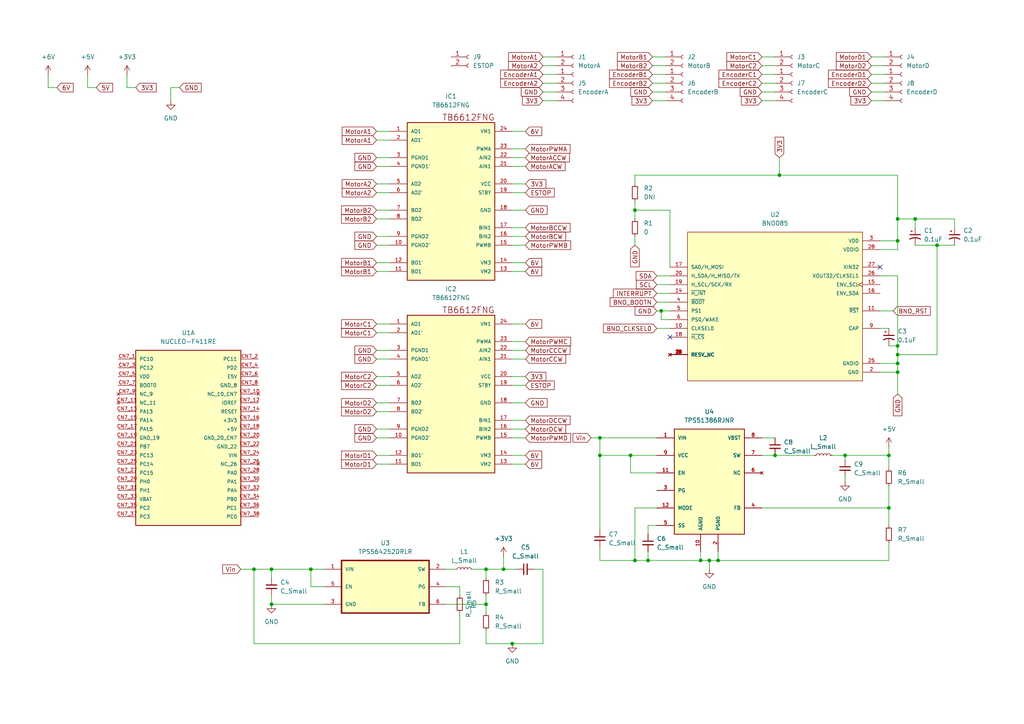
<source format=kicad_sch>
(kicad_sch (version 20231120) (generator "eeschema") (generator_version "8.0")
  (paper "A4")
  (lib_symbols
    (symbol "BNO085:BNO085" (pin_names (offset 1.016))
      (property "Reference" "U" (at -25.4 21.59 0))
      (property "Value" "BNO085" (at -25.4 -25.4 0))
      (symbol "BNO085_0_0"
        (pin no_connect line (at -30.48 -15.24 0) (length 5.08) (name "RESV_NC") (number "1"))
        (pin input line (at -30.48 -7.62 0) (length 5.08) (name "CLKSEL0") (number "10"))
        (pin input line (at 30.48 -2.54 180) (length 5.08) (name "~{RST}") (number "11"))
        (pin no_connect line (at -30.48 -15.24 0) (length 5.08) (name "RESV_NC") (number "12"))
        (pin no_connect line (at -30.48 -15.24 0) (length 5.08) (name "RESV_NC") (number "13"))
        (pin output line (at -30.48 2.54 0) (length 5.08) (name "~{H_INT}") (number "14"))
        (pin bidirectional clock (at 30.48 5.08 180) (length 5.08) (name "ENV_SCL") (number "15"))
        (pin bidirectional line (at 30.48 2.54 180) (length 5.08) (name "ENV_SDA") (number "16"))
        (pin input line (at -30.48 10.16 0) (length 5.08) (name "SA0/H_MOSI") (number "17"))
        (pin input line (at -30.48 -10.16 0) (length 5.08) (name "~{H_CS}") (number "18"))
        (pin bidirectional line (at -30.48 5.08 0) (length 5.08) (name "H_SCL/SCK/RX") (number "19"))
        (pin power_in line (at 30.48 -20.32 180) (length 5.08) (name "GND") (number "2"))
        (pin bidirectional line (at -30.48 7.62 0) (length 5.08) (name "H_SDA/H_MISO/TX") (number "20"))
        (pin no_connect line (at -30.48 -15.24 0) (length 5.08) (name "RESV_NC") (number "21"))
        (pin no_connect line (at -30.48 -15.24 0) (length 5.08) (name "RESV_NC") (number "22"))
        (pin no_connect line (at -30.48 -15.24 0) (length 5.08) (name "RESV_NC") (number "23"))
        (pin no_connect line (at -30.48 -15.24 0) (length 5.08) (name "RESV_NC") (number "24"))
        (pin power_in line (at 30.48 -17.78 180) (length 5.08) (name "GNDIO") (number "25"))
        (pin output line (at 30.48 7.62 180) (length 5.08) (name "XOUT32/CLKSEL1") (number "26"))
        (pin input line (at 30.48 10.16 180) (length 5.08) (name "XIN32") (number "27"))
        (pin power_in line (at 30.48 15.24 180) (length 5.08) (name "VDDIO") (number "28"))
        (pin power_in line (at 30.48 17.78 180) (length 5.08) (name "VDD") (number "3"))
        (pin input line (at -30.48 0 0) (length 5.08) (name "~{BOOT}") (number "4"))
        (pin input line (at -30.48 -2.54 0) (length 5.08) (name "PS1") (number "5"))
        (pin input line (at -30.48 -5.08 0) (length 5.08) (name "PS0/WAKE") (number "6"))
        (pin no_connect line (at -30.48 -15.24 0) (length 5.08) (name "RESV_NC") (number "7"))
        (pin no_connect line (at -30.48 -15.24 0) (length 5.08) (name "RESV_NC") (number "8"))
        (pin passive line (at 30.48 -7.62 180) (length 5.08) (name "CAP") (number "9"))
      )
    )
    (symbol "Connector:Conn_01x02_Socket" (pin_names (offset 1.016) hide)
      (property "Reference" "J" (at 0 2.54 0))
      (property "Value" "Conn_01x02_Socket" (at 0 -5.08 0))
      (symbol "Conn_01x02_Socket_1_1"
        (pin passive line (at -5.08 0 0) (length 3.81) (name "Pin_1") (number "1"))
        (pin passive line (at -5.08 -2.54 0) (length 3.81) (name "Pin_2") (number "2"))
      )
    )
    (symbol "Connector:Conn_01x04_Socket" (pin_names (offset 1.016) hide)
      (property "Reference" "J" (at 0 5.08 0))
      (property "Value" "Conn_01x04_Socket" (at 0 -7.62 0))
      (symbol "Conn_01x04_Socket_1_1"
        (pin passive line (at -5.08 2.54 0) (length 3.81) (name "Pin_1") (number "1"))
        (pin passive line (at -5.08 0 0) (length 3.81) (name "Pin_2") (number "2"))
        (pin passive line (at -5.08 -2.54 0) (length 3.81) (name "Pin_3") (number "3"))
        (pin passive line (at -5.08 -5.08 0) (length 3.81) (name "Pin_4") (number "4"))
      )
    )
    (symbol "Device:C_Polarized_Small_US" (pin_numbers hide) (pin_names (offset 0.254) hide)
      (property "Reference" "C" (at 0.254 1.778 0))
      (property "Value" "C_Polarized_Small_US" (at 0.254 -2.032 0))
      (symbol "C_Polarized_Small_US_1_1"
        (pin passive line (at 0 2.54 270) (length 2.032) (name "~") (number "1"))
        (pin passive line (at 0 -2.54 90) (length 2.032) (name "~") (number "2"))
      )
    )
    (symbol "Device:C_Small" (pin_numbers hide) (pin_names (offset 0.254) hide)
      (property "Reference" "C" (at 0.254 1.778 0))
      (property "Value" "C_Small" (at 0.254 -2.032 0))
      (symbol "C_Small_1_1"
        (pin passive line (at 0 2.54 270) (length 2.032) (name "~") (number "1"))
        (pin passive line (at 0 -2.54 90) (length 2.032) (name "~") (number "2"))
      )
    )
    (symbol "Device:L_Small" (pin_numbers hide) (pin_names (offset 0.254) hide)
      (property "Reference" "L" (at 0.762 1.016 0))
      (property "Value" "L_Small" (at 0.762 -1.016 0))
      (symbol "L_Small_1_1"
        (pin passive line (at 0 2.54 270) (length 0.508) (name "~") (number "1"))
        (pin passive line (at 0 -2.54 90) (length 0.508) (name "~") (number "2"))
      )
    )
    (symbol "Device:R_Small" (pin_numbers hide) (pin_names (offset 0.254) hide)
      (property "Reference" "R" (at 0.762 0.508 0))
      (property "Value" "R_Small" (at 0.762 -1.016 0))
      (symbol "R_Small_1_1"
        (pin passive line (at 0 2.54 270) (length 0.762) (name "~") (number "1"))
        (pin passive line (at 0 -2.54 90) (length 0.762) (name "~") (number "2"))
      )
    )
    (symbol "NUCLEO-F411RE:NUCLEO-F411RE" (pin_names (offset 1.016))
      (property "Reference" "U" (at -15.24 25.908 0))
      (property "Value" "NUCLEO-F411RE" (at -15.24 -26.67 0))
      (symbol "NUCLEO-F411RE_1_0"
        (pin bidirectional line (at -20.32 22.86 0) (length 5.08) (name "PC10") (number "CN7_1"))
        (pin no_connect line (at 20.32 12.7 180) (length 5.08) (name "NC_10_CN7") (number "CN7_10"))
        (pin no_connect line (at -20.32 10.16 0) (length 5.08) (name "NC_11") (number "CN7_11"))
        (pin bidirectional line (at 20.32 10.16 180) (length 5.08) (name "IOREF") (number "CN7_12"))
        (pin bidirectional line (at -20.32 7.62 0) (length 5.08) (name "PA13") (number "CN7_13"))
        (pin bidirectional line (at 20.32 7.62 180) (length 5.08) (name "RESET") (number "CN7_14"))
        (pin bidirectional line (at -20.32 5.08 0) (length 5.08) (name "PA14") (number "CN7_15"))
        (pin power_in line (at 20.32 5.08 180) (length 5.08) (name "+3V3") (number "CN7_16"))
        (pin bidirectional line (at -20.32 2.54 0) (length 5.08) (name "PA15") (number "CN7_17"))
        (pin power_in line (at 20.32 2.54 180) (length 5.08) (name "+5V") (number "CN7_18"))
        (pin power_in line (at -20.32 0 0) (length 5.08) (name "GND_19") (number "CN7_19"))
        (pin bidirectional line (at 20.32 22.86 180) (length 5.08) (name "PC11") (number "CN7_2"))
        (pin power_in line (at 20.32 0 180) (length 5.08) (name "GND_20_CN7") (number "CN7_20"))
        (pin bidirectional line (at -20.32 -2.54 0) (length 5.08) (name "PB7") (number "CN7_21"))
        (pin power_in line (at 20.32 -2.54 180) (length 5.08) (name "GND_22") (number "CN7_22"))
        (pin bidirectional line (at -20.32 -5.08 0) (length 5.08) (name "PC13") (number "CN7_23"))
        (pin bidirectional line (at 20.32 -5.08 180) (length 5.08) (name "VIN") (number "CN7_24"))
        (pin bidirectional line (at -20.32 -7.62 0) (length 5.08) (name "PC14") (number "CN7_25"))
        (pin no_connect line (at 20.32 -7.62 180) (length 5.08) (name "NC_26") (number "CN7_26"))
        (pin bidirectional line (at -20.32 -10.16 0) (length 5.08) (name "PC15") (number "CN7_27"))
        (pin bidirectional line (at 20.32 -10.16 180) (length 5.08) (name "PA0") (number "CN7_28"))
        (pin bidirectional line (at -20.32 -12.7 0) (length 5.08) (name "PH0") (number "CN7_29"))
        (pin bidirectional line (at -20.32 20.32 0) (length 5.08) (name "PC12") (number "CN7_3"))
        (pin bidirectional line (at 20.32 -12.7 180) (length 5.08) (name "PA1") (number "CN7_30"))
        (pin bidirectional line (at -20.32 -15.24 0) (length 5.08) (name "PH1") (number "CN7_31"))
        (pin bidirectional line (at 20.32 -15.24 180) (length 5.08) (name "PA4") (number "CN7_32"))
        (pin power_in line (at -20.32 -17.78 0) (length 5.08) (name "VBAT") (number "CN7_33"))
        (pin bidirectional line (at 20.32 -17.78 180) (length 5.08) (name "PB0") (number "CN7_34"))
        (pin bidirectional line (at -20.32 -20.32 0) (length 5.08) (name "PC2") (number "CN7_35"))
        (pin bidirectional line (at 20.32 -20.32 180) (length 5.08) (name "PC1") (number "CN7_36"))
        (pin bidirectional line (at -20.32 -22.86 0) (length 5.08) (name "PC3") (number "CN7_37"))
        (pin bidirectional line (at 20.32 -22.86 180) (length 5.08) (name "PC0") (number "CN7_38"))
        (pin bidirectional line (at 20.32 20.32 180) (length 5.08) (name "PD2") (number "CN7_4"))
        (pin power_in line (at -20.32 17.78 0) (length 5.08) (name "VDD") (number "CN7_5"))
        (pin power_in line (at 20.32 17.78 180) (length 5.08) (name "E5V") (number "CN7_6"))
        (pin bidirectional line (at -20.32 15.24 0) (length 5.08) (name "BOOT0") (number "CN7_7"))
        (pin power_in line (at 20.32 15.24 180) (length 5.08) (name "GND_8") (number "CN7_8"))
        (pin no_connect line (at -20.32 12.7 0) (length 5.08) (name "NC_9") (number "CN7_9"))
      )
      (symbol "NUCLEO-F411RE_2_0"
        (pin bidirectional line (at -20.32 22.86 0) (length 5.08) (name "PC9") (number "CN10_1"))
        (pin no_connect line (at 20.32 12.7 180) (length 5.08) (name "NC_10_CN10") (number "CN10_10"))
        (pin bidirectional line (at -20.32 10.16 0) (length 5.08) (name "PA5") (number "CN10_11"))
        (pin bidirectional line (at 20.32 10.16 180) (length 5.08) (name "PA12") (number "CN10_12"))
        (pin bidirectional line (at -20.32 7.62 0) (length 5.08) (name "PA6") (number "CN10_13"))
        (pin bidirectional line (at 20.32 7.62 180) (length 5.08) (name "PA11") (number "CN10_14"))
        (pin bidirectional line (at -20.32 5.08 0) (length 5.08) (name "PA7") (number "CN10_15"))
        (pin bidirectional line (at 20.32 5.08 180) (length 5.08) (name "PB12") (number "CN10_16"))
        (pin bidirectional line (at -20.32 2.54 0) (length 5.08) (name "PB6") (number "CN10_17"))
        (pin no_connect line (at 20.32 2.54 180) (length 5.08) (name "NC_18") (number "CN10_18"))
        (pin bidirectional line (at -20.32 0 0) (length 5.08) (name "PC7") (number "CN10_19"))
        (pin bidirectional line (at 20.32 22.86 180) (length 5.08) (name "PC8") (number "CN10_2"))
        (pin power_in line (at 20.32 0 180) (length 5.08) (name "GND_20_CN10") (number "CN10_20"))
        (pin bidirectional line (at -20.32 -2.54 0) (length 5.08) (name "PA9") (number "CN10_21"))
        (pin bidirectional line (at 20.32 -2.54 180) (length 5.08) (name "PB2") (number "CN10_22"))
        (pin bidirectional line (at -20.32 -5.08 0) (length 5.08) (name "PA8") (number "CN10_23"))
        (pin bidirectional line (at 20.32 -5.08 180) (length 5.08) (name "PB1") (number "CN10_24"))
        (pin bidirectional line (at -20.32 -7.62 0) (length 5.08) (name "PB10") (number "CN10_25"))
        (pin bidirectional line (at 20.32 -7.62 180) (length 5.08) (name "PB15") (number "CN10_26"))
        (pin bidirectional line (at -20.32 -10.16 0) (length 5.08) (name "PB4") (number "CN10_27"))
        (pin bidirectional line (at 20.32 -10.16 180) (length 5.08) (name "PB14") (number "CN10_28"))
        (pin bidirectional line (at -20.32 -12.7 0) (length 5.08) (name "PB5") (number "CN10_29"))
        (pin bidirectional line (at -20.32 20.32 0) (length 5.08) (name "PB8") (number "CN10_3"))
        (pin bidirectional line (at 20.32 -12.7 180) (length 5.08) (name "PB13") (number "CN10_30"))
        (pin bidirectional line (at -20.32 -15.24 0) (length 5.08) (name "PB3") (number "CN10_31"))
        (pin power_in line (at 20.32 -15.24 180) (length 5.08) (name "AGND") (number "CN10_32"))
        (pin bidirectional line (at -20.32 -17.78 0) (length 5.08) (name "PA10") (number "CN10_33"))
        (pin bidirectional line (at 20.32 -17.78 180) (length 5.08) (name "PC4") (number "CN10_34"))
        (pin bidirectional line (at -20.32 -20.32 0) (length 5.08) (name "PA2") (number "CN10_35"))
        (pin no_connect line (at 20.32 -20.32 180) (length 5.08) (name "NC_36") (number "CN10_36"))
        (pin bidirectional line (at -20.32 -22.86 0) (length 5.08) (name "PA3") (number "CN10_37"))
        (pin no_connect line (at 20.32 -22.86 180) (length 5.08) (name "NC_38") (number "CN10_38"))
        (pin bidirectional line (at 20.32 20.32 180) (length 5.08) (name "PC6") (number "CN10_4"))
        (pin bidirectional line (at -20.32 17.78 0) (length 5.08) (name "PB9") (number "CN10_5"))
        (pin bidirectional line (at 20.32 17.78 180) (length 5.08) (name "PC5") (number "CN10_6"))
        (pin power_in line (at -20.32 15.24 0) (length 5.08) (name "AVDD") (number "CN10_7"))
        (pin power_in line (at 20.32 15.24 180) (length 5.08) (name "U5V") (number "CN10_8"))
        (pin power_in line (at -20.32 12.7 0) (length 5.08) (name "GND_9") (number "CN10_9"))
      )
      (symbol "NUCLEO-F411RE_3_0"
        (pin passive line (at -20.32 0 0) (length 5.08) (name "CN11_1") (number "CN11_1"))
        (pin passive line (at -20.32 -2.54 0) (length 5.08) (name "CN11_2") (number "CN11_2"))
        (pin passive line (at 20.32 0 180) (length 5.08) (name "CN12_1") (number "CN12_1"))
        (pin passive line (at 20.32 -2.54 180) (length 5.08) (name "CN12_2") (number "CN12_2"))
      )
    )
    (symbol "TB6612FNG:TB6612FNG" (pin_names (offset 1.016))
      (property "Reference" "IC" (at -2.54 -25.4 0))
      (property "Value" "TB6612FNG" (at 0 0 0))
      (symbol "TB6612FNG_0_0"
        (text "TB6612FNG" (at 12.7 25.4 0) (effects (font (size 1.778 1.778)) (justify right top)))
        (pin output line (at -17.78 20.32 0) (length 5.08) (name "AO1") (number "1"))
        (pin power_in line (at -17.78 -12.7 0) (length 5.08) (name "PGND2'") (number "10"))
        (pin output line (at -17.78 -20.32 0) (length 5.08) (name "BO1") (number "11"))
        (pin output line (at -17.78 -17.78 0) (length 5.08) (name "BO1'") (number "12"))
        (pin power_in line (at 17.78 -20.32 180) (length 5.08) (name "VM2") (number "13"))
        (pin power_in line (at 17.78 -17.78 180) (length 5.08) (name "VM3") (number "14"))
        (pin input line (at 17.78 -12.7 180) (length 5.08) (name "PWMB") (number "15"))
        (pin input line (at 17.78 -10.16 180) (length 5.08) (name "BIN2") (number "16"))
        (pin input line (at 17.78 -7.62 180) (length 5.08) (name "BIN1") (number "17"))
        (pin power_in line (at 17.78 -2.54 180) (length 5.08) (name "GND") (number "18"))
        (pin input line (at 17.78 2.54 180) (length 5.08) (name "STBY") (number "19"))
        (pin output line (at -17.78 17.78 0) (length 5.08) (name "AO1'") (number "2"))
        (pin power_in line (at 17.78 5.08 180) (length 5.08) (name "VCC") (number "20"))
        (pin input line (at 17.78 10.16 180) (length 5.08) (name "AIN1") (number "21"))
        (pin input line (at 17.78 12.7 180) (length 5.08) (name "AIN2") (number "22"))
        (pin input line (at 17.78 15.24 180) (length 5.08) (name "PWMA") (number "23"))
        (pin power_in line (at 17.78 20.32 180) (length 5.08) (name "VM1") (number "24"))
        (pin power_in line (at -17.78 12.7 0) (length 5.08) (name "PGND1") (number "3"))
        (pin power_in line (at -17.78 10.16 0) (length 5.08) (name "PGND1'") (number "4"))
        (pin output line (at -17.78 5.08 0) (length 5.08) (name "AO2") (number "5"))
        (pin output line (at -17.78 2.54 0) (length 5.08) (name "AO2'") (number "6"))
        (pin output line (at -17.78 -2.54 0) (length 5.08) (name "BO2") (number "7"))
        (pin output line (at -17.78 -5.08 0) (length 5.08) (name "BO2'") (number "8"))
        (pin power_in line (at -17.78 -10.16 0) (length 5.08) (name "PGND2") (number "9"))
      )
    )
    (symbol "TPS51386RJNR:TPS51386RJNR" (pin_names (offset 1.016))
      (property "Reference" "U" (at -10.16 17.78 0))
      (property "Value" "TPS51386RJNR" (at -10.16 -17.78 0))
      (symbol "TPS51386RJNR_0_0"
        (pin power_in line (at -15.24 12.7 0) (length 5.08) (name "VIN") (number "1"))
        (pin power_in line (at -2.54 -20.32 90) (length 5.08) (name "AGND") (number "10"))
        (pin input line (at -15.24 2.54 0) (length 5.08) (name "EN") (number "11"))
        (pin input line (at -15.24 -7.62 0) (length 5.08) (name "MODE") (number "12"))
        (pin power_in line (at 2.54 -20.32 90) (length 5.08) (name "PGND") (number "2"))
        (pin output line (at -15.24 -2.54 0) (length 5.08) (name "PG") (number "3"))
        (pin input line (at 15.24 -7.62 180) (length 5.08) (name "FB") (number "4"))
        (pin output line (at -15.24 -12.7 0) (length 5.08) (name "SS") (number "5"))
        (pin no_connect line (at 15.24 2.54 180) (length 5.08) (name "NC") (number "6"))
        (pin output line (at 15.24 7.62 180) (length 5.08) (name "SW") (number "7"))
        (pin power_in line (at 15.24 12.7 180) (length 5.08) (name "VBST") (number "8"))
        (pin power_in line (at -15.24 7.62 0) (length 5.08) (name "VCC") (number "9"))
      )
    )
    (symbol "TPS564252DRLR:TPS564252DRLR" (pin_names (offset 1.016))
      (property "Reference" "U" (at -12.446 9.398 0))
      (property "Value" "TPS564252DRLR" (at -7.62 -10.16 0))
      (symbol "TPS564252DRLR_0_0"
        (pin input line (at -17.78 5.08 0) (length 5.08) (name "VIN") (number "1"))
        (pin bidirectional line (at 17.78 5.08 180) (length 5.08) (name "SW") (number "2"))
        (pin power_in line (at -17.78 -5.08 0) (length 5.08) (name "GND") (number "3"))
        (pin bidirectional line (at 17.78 0 180) (length 5.08) (name "PG") (number "4"))
        (pin bidirectional line (at -17.78 0 0) (length 5.08) (name "EN") (number "5"))
        (pin bidirectional line (at 17.78 -5.08 180) (length 5.08) (name "FB") (number "6"))
      )
    )
    (symbol "power:+3V3" (power) (pin_numbers hide) (pin_names (offset 0) hide)
      (property "Value" "+3V3" (at 0 3.556 0))
      (symbol "+3V3_1_1"
        (pin power_in line (at 0 0 90) (length 0) (name "~") (number "1"))
      )
    )
    (symbol "power:+5V" (power) (pin_numbers hide) (pin_names (offset 0) hide)
      (property "Value" "+5V" (at 0 3.556 0))
      (symbol "+5V_1_1"
        (pin power_in line (at 0 0 90) (length 0) (name "~") (number "1"))
      )
    )
    (symbol "power:+6V" (power) (pin_numbers hide) (pin_names (offset 0) hide)
      (property "Value" "+6V" (at 0 3.556 0))
      (symbol "+6V_1_1"
        (pin power_in line (at 0 0 90) (length 0) (name "~") (number "1"))
      )
    )
    (symbol "power:GND" (power) (pin_numbers hide) (pin_names (offset 0) hide)
      (property "Value" "GND" (at 0 -3.81 0))
      (symbol "GND_1_1"
        (pin power_in line (at 0 0 270) (length 0) (name "~") (number "1"))
      )
    )
  )
  (junction (at 208.28 162.56))
  (junction (at 257.81 132.08))
  (junction (at 260.35 107.95))
  (junction (at 260.35 105.41))
  (junction (at 182.88 132.08))
  (junction (at 265.43 63.5))
  (junction (at 260.35 69.85))
  (junction (at 184.15 60.96))
  (junction (at 187.96 162.56))
  (junction (at 224.79 132.08))
  (junction (at 260.35 100.33))
  (junction (at 260.35 102.87))
  (junction (at 90.17 165.1))
  (junction (at 260.35 63.5))
  (junction (at 257.81 147.32))
  (junction (at 173.99 127))
  (junction (at 78.74 175.26))
  (junction (at 271.78 71.12))
  (junction (at 226.06 50.8))
  (junction (at 205.74 162.56))
  (junction (at 245.11 132.08))
  (junction (at 140.97 165.1))
  (junction (at 140.97 175.26))
  (junction (at 73.66 165.1))
  (junction (at 173.99 132.08))
  (junction (at 191.77 90.17))
  (junction (at 146.05 165.1))
  (junction (at 148.59 186.69))
  (junction (at 78.74 165.1))
  (junction (at 203.2 162.56))
  (junction (at 184.15 162.56))
  (no_connect (at 194.31 97.79))
  (no_connect (at 255.27 77.47))
  (wire (pts (xy 224.79 132.08) (xy 236.22 132.08)))
  (wire (pts (xy 252.73 21.59) (xy 256.54 21.59)))
  (wire (pts (xy 276.86 63.5) (xy 265.43 63.5)))
  (wire (pts (xy 157.48 19.05) (xy 161.29 19.05)))
  (wire (pts (xy 129.54 175.26) (xy 140.97 175.26)))
  (wire (pts (xy 109.22 63.5) (xy 113.03 63.5)))
  (wire (pts (xy 157.48 29.21) (xy 161.29 29.21)))
  (wire (pts (xy 189.23 26.67) (xy 193.04 26.67)))
  (wire (pts (xy 13.97 25.4) (xy 16.51 25.4)))
  (wire (pts (xy 69.85 165.1) (xy 73.66 165.1)))
  (wire (pts (xy 109.22 127) (xy 113.03 127)))
  (wire (pts (xy 205.74 165.1) (xy 205.74 162.56)))
  (wire (pts (xy 152.4 68.58) (xy 148.59 68.58)))
  (wire (pts (xy 190.5 127) (xy 173.99 127)))
  (wire (pts (xy 109.22 78.74) (xy 113.03 78.74)))
  (wire (pts (xy 265.43 71.12) (xy 271.78 71.12)))
  (wire (pts (xy 109.22 124.46) (xy 113.03 124.46)))
  (wire (pts (xy 226.06 50.8) (xy 260.35 50.8)))
  (wire (pts (xy 152.4 55.88) (xy 148.59 55.88)))
  (wire (pts (xy 152.4 99.06) (xy 148.59 99.06)))
  (wire (pts (xy 245.11 138.43) (xy 245.11 139.7)))
  (wire (pts (xy 173.99 158.75) (xy 173.99 162.56)))
  (wire (pts (xy 255.27 107.95) (xy 260.35 107.95)))
  (wire (pts (xy 220.98 26.67) (xy 224.79 26.67)))
  (wire (pts (xy 90.17 170.18) (xy 90.17 165.1)))
  (wire (pts (xy 194.31 60.96) (xy 184.15 60.96)))
  (wire (pts (xy 152.4 104.14) (xy 148.59 104.14)))
  (wire (pts (xy 190.5 95.25) (xy 194.31 95.25)))
  (wire (pts (xy 271.78 102.87) (xy 260.35 102.87)))
  (wire (pts (xy 255.27 105.41) (xy 260.35 105.41)))
  (wire (pts (xy 78.74 165.1) (xy 90.17 165.1)))
  (wire (pts (xy 255.27 90.17) (xy 259.08 90.17)))
  (wire (pts (xy 173.99 132.08) (xy 173.99 153.67)))
  (wire (pts (xy 152.4 101.6) (xy 148.59 101.6)))
  (wire (pts (xy 226.06 45.72) (xy 226.06 50.8)))
  (wire (pts (xy 260.35 107.95) (xy 260.35 114.3)))
  (wire (pts (xy 109.22 38.1) (xy 113.03 38.1)))
  (wire (pts (xy 109.22 68.58) (xy 113.03 68.58)))
  (wire (pts (xy 25.4 21.59) (xy 25.4 25.4)))
  (wire (pts (xy 152.4 111.76) (xy 148.59 111.76)))
  (wire (pts (xy 173.99 127) (xy 173.99 132.08)))
  (wire (pts (xy 109.22 134.62) (xy 113.03 134.62)))
  (wire (pts (xy 191.77 92.71) (xy 191.77 90.17)))
  (wire (pts (xy 140.97 182.88) (xy 140.97 186.69)))
  (wire (pts (xy 129.54 165.1) (xy 132.08 165.1)))
  (wire (pts (xy 241.3 132.08) (xy 245.11 132.08)))
  (wire (pts (xy 140.97 175.26) (xy 140.97 177.8)))
  (wire (pts (xy 194.31 77.47) (xy 194.31 60.96)))
  (wire (pts (xy 220.98 29.21) (xy 224.79 29.21)))
  (wire (pts (xy 187.96 162.56) (xy 203.2 162.56)))
  (wire (pts (xy 257.81 100.33) (xy 260.35 100.33)))
  (wire (pts (xy 255.27 80.01) (xy 260.35 80.01)))
  (wire (pts (xy 140.97 167.64) (xy 140.97 165.1)))
  (wire (pts (xy 133.35 186.69) (xy 73.66 186.69)))
  (wire (pts (xy 133.35 177.8) (xy 133.35 186.69)))
  (wire (pts (xy 109.22 109.22) (xy 113.03 109.22)))
  (wire (pts (xy 260.35 80.01) (xy 260.35 100.33)))
  (wire (pts (xy 140.97 172.72) (xy 140.97 175.26)))
  (wire (pts (xy 265.43 66.04) (xy 265.43 63.5)))
  (wire (pts (xy 36.83 25.4) (xy 36.83 21.59)))
  (wire (pts (xy 255.27 95.25) (xy 257.81 95.25)))
  (wire (pts (xy 184.15 162.56) (xy 187.96 162.56)))
  (wire (pts (xy 152.4 43.18) (xy 148.59 43.18)))
  (wire (pts (xy 252.73 26.67) (xy 256.54 26.67)))
  (wire (pts (xy 152.4 53.34) (xy 148.59 53.34)))
  (wire (pts (xy 109.22 71.12) (xy 113.03 71.12)))
  (wire (pts (xy 257.81 132.08) (xy 245.11 132.08)))
  (wire (pts (xy 152.4 48.26) (xy 148.59 48.26)))
  (wire (pts (xy 152.4 127) (xy 148.59 127)))
  (wire (pts (xy 260.35 69.85) (xy 260.35 63.5)))
  (wire (pts (xy 157.48 165.1) (xy 157.48 186.69)))
  (wire (pts (xy 13.97 21.59) (xy 13.97 25.4)))
  (wire (pts (xy 73.66 165.1) (xy 78.74 165.1)))
  (wire (pts (xy 260.35 102.87) (xy 260.35 105.41)))
  (wire (pts (xy 146.05 165.1) (xy 149.86 165.1)))
  (wire (pts (xy 152.4 121.92) (xy 148.59 121.92)))
  (wire (pts (xy 184.15 50.8) (xy 184.15 53.34)))
  (wire (pts (xy 109.22 104.14) (xy 113.03 104.14)))
  (wire (pts (xy 152.4 124.46) (xy 148.59 124.46)))
  (wire (pts (xy 152.4 60.96) (xy 148.59 60.96)))
  (wire (pts (xy 133.35 172.72) (xy 133.35 170.18)))
  (wire (pts (xy 157.48 21.59) (xy 161.29 21.59)))
  (wire (pts (xy 260.35 63.5) (xy 265.43 63.5)))
  (wire (pts (xy 184.15 58.42) (xy 184.15 60.96)))
  (wire (pts (xy 157.48 26.67) (xy 161.29 26.67)))
  (wire (pts (xy 157.48 16.51) (xy 161.29 16.51)))
  (wire (pts (xy 255.27 72.39) (xy 260.35 72.39)))
  (wire (pts (xy 189.23 29.21) (xy 193.04 29.21)))
  (wire (pts (xy 208.28 160.02) (xy 208.28 162.56)))
  (wire (pts (xy 109.22 111.76) (xy 113.03 111.76)))
  (wire (pts (xy 109.22 48.26) (xy 113.03 48.26)))
  (wire (pts (xy 78.74 172.72) (xy 78.74 175.26)))
  (wire (pts (xy 152.4 93.98) (xy 148.59 93.98)))
  (wire (pts (xy 271.78 71.12) (xy 276.86 71.12)))
  (wire (pts (xy 109.22 101.6) (xy 113.03 101.6)))
  (wire (pts (xy 257.81 129.54) (xy 257.81 132.08)))
  (wire (pts (xy 182.88 132.08) (xy 173.99 132.08)))
  (wire (pts (xy 109.22 53.34) (xy 113.03 53.34)))
  (wire (pts (xy 257.81 140.97) (xy 257.81 147.32)))
  (wire (pts (xy 152.4 38.1) (xy 148.59 38.1)))
  (wire (pts (xy 152.4 116.84) (xy 148.59 116.84)))
  (wire (pts (xy 109.22 96.52) (xy 113.03 96.52)))
  (wire (pts (xy 190.5 85.09) (xy 194.31 85.09)))
  (wire (pts (xy 73.66 186.69) (xy 73.66 165.1)))
  (wire (pts (xy 220.98 21.59) (xy 224.79 21.59)))
  (wire (pts (xy 190.5 80.01) (xy 194.31 80.01)))
  (wire (pts (xy 140.97 165.1) (xy 146.05 165.1)))
  (wire (pts (xy 154.94 165.1) (xy 157.48 165.1)))
  (wire (pts (xy 260.35 72.39) (xy 260.35 69.85)))
  (wire (pts (xy 109.22 60.96) (xy 113.03 60.96)))
  (wire (pts (xy 194.31 92.71) (xy 191.77 92.71)))
  (wire (pts (xy 157.48 186.69) (xy 148.59 186.69)))
  (wire (pts (xy 109.22 116.84) (xy 113.03 116.84)))
  (wire (pts (xy 190.5 147.32) (xy 184.15 147.32)))
  (wire (pts (xy 39.37 25.4) (xy 36.83 25.4)))
  (wire (pts (xy 257.81 162.56) (xy 208.28 162.56)))
  (wire (pts (xy 49.53 25.4) (xy 52.07 25.4)))
  (wire (pts (xy 260.35 100.33) (xy 260.35 102.87)))
  (wire (pts (xy 49.53 29.21) (xy 49.53 25.4)))
  (wire (pts (xy 93.98 170.18) (xy 90.17 170.18)))
  (wire (pts (xy 187.96 160.02) (xy 187.96 162.56)))
  (wire (pts (xy 152.4 78.74) (xy 148.59 78.74)))
  (wire (pts (xy 152.4 76.2) (xy 148.59 76.2)))
  (wire (pts (xy 173.99 162.56) (xy 184.15 162.56)))
  (wire (pts (xy 257.81 147.32) (xy 257.81 152.4)))
  (wire (pts (xy 152.4 71.12) (xy 148.59 71.12)))
  (wire (pts (xy 252.73 24.13) (xy 256.54 24.13)))
  (wire (pts (xy 152.4 109.22) (xy 148.59 109.22)))
  (wire (pts (xy 220.98 24.13) (xy 224.79 24.13)))
  (wire (pts (xy 190.5 137.16) (xy 182.88 137.16)))
  (wire (pts (xy 182.88 137.16) (xy 182.88 132.08)))
  (wire (pts (xy 255.27 69.85) (xy 260.35 69.85)))
  (wire (pts (xy 109.22 76.2) (xy 113.03 76.2)))
  (wire (pts (xy 257.81 132.08) (xy 257.81 135.89)))
  (wire (pts (xy 257.81 157.48) (xy 257.81 162.56)))
  (wire (pts (xy 90.17 165.1) (xy 93.98 165.1)))
  (wire (pts (xy 190.5 132.08) (xy 182.88 132.08)))
  (wire (pts (xy 203.2 160.02) (xy 203.2 162.56)))
  (wire (pts (xy 146.05 165.1) (xy 146.05 161.29)))
  (wire (pts (xy 189.23 21.59) (xy 193.04 21.59)))
  (wire (pts (xy 276.86 66.04) (xy 276.86 63.5)))
  (wire (pts (xy 252.73 19.05) (xy 256.54 19.05)))
  (wire (pts (xy 187.96 152.4) (xy 187.96 154.94)))
  (wire (pts (xy 220.98 132.08) (xy 224.79 132.08)))
  (wire (pts (xy 184.15 60.96) (xy 184.15 63.5)))
  (wire (pts (xy 220.98 127) (xy 224.79 127)))
  (wire (pts (xy 220.98 147.32) (xy 257.81 147.32)))
  (wire (pts (xy 190.5 90.17) (xy 191.77 90.17)))
  (wire (pts (xy 93.98 175.26) (xy 78.74 175.26)))
  (wire (pts (xy 109.22 55.88) (xy 113.03 55.88)))
  (wire (pts (xy 157.48 24.13) (xy 161.29 24.13)))
  (wire (pts (xy 109.22 93.98) (xy 113.03 93.98)))
  (wire (pts (xy 190.5 82.55) (xy 194.31 82.55)))
  (wire (pts (xy 140.97 165.1) (xy 137.16 165.1)))
  (wire (pts (xy 220.98 16.51) (xy 224.79 16.51)))
  (wire (pts (xy 152.4 132.08) (xy 148.59 132.08)))
  (wire (pts (xy 109.22 119.38) (xy 113.03 119.38)))
  (wire (pts (xy 189.23 24.13) (xy 193.04 24.13)))
  (wire (pts (xy 171.45 127) (xy 173.99 127)))
  (wire (pts (xy 271.78 71.12) (xy 271.78 102.87)))
  (wire (pts (xy 189.23 19.05) (xy 193.04 19.05)))
  (wire (pts (xy 260.35 50.8) (xy 260.35 63.5)))
  (wire (pts (xy 203.2 162.56) (xy 205.74 162.56)))
  (wire (pts (xy 189.23 16.51) (xy 193.04 16.51)))
  (wire (pts (xy 184.15 68.58) (xy 184.15 71.12)))
  (wire (pts (xy 109.22 40.64) (xy 113.03 40.64)))
  (wire (pts (xy 133.35 170.18) (xy 129.54 170.18)))
  (wire (pts (xy 252.73 29.21) (xy 256.54 29.21)))
  (wire (pts (xy 190.5 152.4) (xy 187.96 152.4)))
  (wire (pts (xy 109.22 45.72) (xy 113.03 45.72)))
  (wire (pts (xy 220.98 19.05) (xy 224.79 19.05)))
  (wire (pts (xy 191.77 90.17) (xy 194.31 90.17)))
  (wire (pts (xy 260.35 105.41) (xy 260.35 107.95)))
  (wire (pts (xy 208.28 162.56) (xy 205.74 162.56)))
  (wire (pts (xy 152.4 45.72) (xy 148.59 45.72)))
  (wire (pts (xy 190.5 87.63) (xy 194.31 87.63)))
  (wire (pts (xy 152.4 134.62) (xy 148.59 134.62)))
  (wire (pts (xy 184.15 50.8) (xy 226.06 50.8)))
  (wire (pts (xy 184.15 147.32) (xy 184.15 162.56)))
  (wire (pts (xy 245.11 132.08) (xy 245.11 133.35)))
  (wire (pts (xy 252.73 16.51) (xy 256.54 16.51)))
  (wire (pts (xy 140.97 186.69) (xy 148.59 186.69)))
  (wire (pts (xy 152.4 66.04) (xy 148.59 66.04)))
  (wire (pts (xy 109.22 132.08) (xy 113.03 132.08)))
  (wire (pts (xy 78.74 165.1) (xy 78.74 167.64)))
  (wire (pts (xy 25.4 25.4) (xy 27.94 25.4)))
  (global_label "MotorD2" (shape input) (at 109.22 119.38 180) (property "Intersheetrefs" "${INTERSHEET_REFS}" (effects (hide yes))))
  (global_label "GND" (shape input) (at 260.35 114.3 270) (property "Intersheetrefs" "${INTERSHEET_REFS}" (effects (hide yes))))
  (global_label "3V3" (shape input) (at 152.4 109.22 0) (property "Intersheetrefs" "${INTERSHEET_REFS}" (effects (hide yes))))
  (global_label "MotorBCCW" (shape input) (at 152.4 66.04 0) (property "Intersheetrefs" "${INTERSHEET_REFS}" (effects (hide yes))))
  (global_label "GND" (shape input) (at 109.22 48.26 180) (property "Intersheetrefs" "${INTERSHEET_REFS}" (effects (hide yes))))
  (global_label "MotorB2" (shape input) (at 109.22 60.96 180) (property "Intersheetrefs" "${INTERSHEET_REFS}" (effects (hide yes))))
  (global_label "5V" (shape input) (at 27.94 25.4 0) (property "Intersheetrefs" "${INTERSHEET_REFS}" (effects (hide yes))))
  (global_label "EncoderC1" (shape input) (at 220.98 21.59 180) (property "Intersheetrefs" "${INTERSHEET_REFS}" (effects (hide yes))))
  (global_label "3V3" (shape input) (at 39.37 25.4 0) (property "Intersheetrefs" "${INTERSHEET_REFS}" (effects (hide yes))))
  (global_label "SDA" (shape input) (at 190.5 80.01 180) (property "Intersheetrefs" "${INTERSHEET_REFS}" (effects (hide yes))))
  (global_label "6V" (shape input) (at 152.4 76.2 0) (property "Intersheetrefs" "${INTERSHEET_REFS}" (effects (hide yes))))
  (global_label "MotorDCCW" (shape input) (at 152.4 121.92 0) (property "Intersheetrefs" "${INTERSHEET_REFS}" (effects (hide yes))))
  (global_label "EncoderC2" (shape input) (at 220.98 24.13 180) (property "Intersheetrefs" "${INTERSHEET_REFS}" (effects (hide yes))))
  (global_label "MotorC1" (shape input) (at 109.22 96.52 180) (property "Intersheetrefs" "${INTERSHEET_REFS}" (effects (hide yes))))
  (global_label "MotorCCW" (shape input) (at 152.4 104.14 0) (property "Intersheetrefs" "${INTERSHEET_REFS}" (effects (hide yes))))
  (global_label "SCL" (shape input) (at 190.5 82.55 180) (property "Intersheetrefs" "${INTERSHEET_REFS}" (effects (hide yes))))
  (global_label "MotorD2" (shape input) (at 109.22 116.84 180) (property "Intersheetrefs" "${INTERSHEET_REFS}" (effects (hide yes))))
  (global_label "MotorD1" (shape input) (at 252.73 16.51 180) (property "Intersheetrefs" "${INTERSHEET_REFS}" (effects (hide yes))))
  (global_label "MotorA2" (shape input) (at 109.22 55.88 180) (property "Intersheetrefs" "${INTERSHEET_REFS}" (effects (hide yes))))
  (global_label "MotorCCCW" (shape input) (at 152.4 101.6 0) (property "Intersheetrefs" "${INTERSHEET_REFS}" (effects (hide yes))))
  (global_label "3V3" (shape input) (at 189.23 29.21 180) (property "Intersheetrefs" "${INTERSHEET_REFS}" (effects (hide yes))))
  (global_label "ESTOP" (shape input) (at 152.4 111.76 0) (property "Intersheetrefs" "${INTERSHEET_REFS}" (effects (hide yes))))
  (global_label "BNO_CLKSEL0" (shape input) (at 190.5 95.25 180) (property "Intersheetrefs" "${INTERSHEET_REFS}" (effects (hide yes))))
  (global_label "MotorB1" (shape input) (at 109.22 76.2 180) (property "Intersheetrefs" "${INTERSHEET_REFS}" (effects (hide yes))))
  (global_label "MotorDCW" (shape input) (at 152.4 124.46 0) (property "Intersheetrefs" "${INTERSHEET_REFS}" (effects (hide yes))))
  (global_label "GND" (shape input) (at 252.73 26.67 180) (property "Intersheetrefs" "${INTERSHEET_REFS}" (effects (hide yes))))
  (global_label "MotorB2" (shape input) (at 109.22 63.5 180) (property "Intersheetrefs" "${INTERSHEET_REFS}" (effects (hide yes))))
  (global_label "EncoderD1" (shape input) (at 252.73 21.59 180) (property "Intersheetrefs" "${INTERSHEET_REFS}" (effects (hide yes))))
  (global_label "MotorACCW" (shape input) (at 152.4 45.72 0) (property "Intersheetrefs" "${INTERSHEET_REFS}" (effects (hide yes))))
  (global_label "GND" (shape input) (at 220.98 26.67 180) (property "Intersheetrefs" "${INTERSHEET_REFS}" (effects (hide yes))))
  (global_label "3V3" (shape input) (at 157.48 29.21 180) (property "Intersheetrefs" "${INTERSHEET_REFS}" (effects (hide yes))))
  (global_label "6V" (shape input) (at 152.4 93.98 0) (property "Intersheetrefs" "${INTERSHEET_REFS}" (effects (hide yes))))
  (global_label "EncoderB2" (shape input) (at 189.23 24.13 180) (property "Intersheetrefs" "${INTERSHEET_REFS}" (effects (hide yes))))
  (global_label "INTERRUPT" (shape input) (at 190.5 85.09 180) (property "Intersheetrefs" "${INTERSHEET_REFS}" (effects (hide yes))))
  (global_label "BNO_RST" (shape input) (at 259.08 90.17 0) (property "Intersheetrefs" "${INTERSHEET_REFS}" (effects (hide yes))))
  (global_label "MotorC2" (shape input) (at 109.22 109.22 180) (property "Intersheetrefs" "${INTERSHEET_REFS}" (effects (hide yes))))
  (global_label "GND" (shape input) (at 184.15 71.12 270) (property "Intersheetrefs" "${INTERSHEET_REFS}" (effects (hide yes))))
  (global_label "MotorD1" (shape input) (at 109.22 134.62 180) (property "Intersheetrefs" "${INTERSHEET_REFS}" (effects (hide yes))))
  (global_label "6V" (shape input) (at 152.4 134.62 0) (property "Intersheetrefs" "${INTERSHEET_REFS}" (effects (hide yes))))
  (global_label "MotorPWMC" (shape input) (at 152.4 99.06 0) (property "Intersheetrefs" "${INTERSHEET_REFS}" (effects (hide yes))))
  (global_label "MotorBCW" (shape input) (at 152.4 68.58 0) (property "Intersheetrefs" "${INTERSHEET_REFS}" (effects (hide yes))))
  (global_label "MotorC2" (shape input) (at 220.98 19.05 180) (property "Intersheetrefs" "${INTERSHEET_REFS}" (effects (hide yes))))
  (global_label "MotorD1" (shape input) (at 109.22 132.08 180) (property "Intersheetrefs" "${INTERSHEET_REFS}" (effects (hide yes))))
  (global_label "BNO_BOOTN" (shape input) (at 190.5 87.63 180) (property "Intersheetrefs" "${INTERSHEET_REFS}" (effects (hide yes))))
  (global_label "Vin" (shape input) (at 171.45 127 180) (property "Intersheetrefs" "${INTERSHEET_REFS}" (effects (hide yes))))
  (global_label "MotorB1" (shape input) (at 109.22 78.74 180) (property "Intersheetrefs" "${INTERSHEET_REFS}" (effects (hide yes))))
  (global_label "GND" (shape input) (at 52.07 25.4 0) (property "Intersheetrefs" "${INTERSHEET_REFS}" (effects (hide yes))))
  (global_label "MotorA1" (shape input) (at 109.22 40.64 180) (property "Intersheetrefs" "${INTERSHEET_REFS}" (effects (hide yes))))
  (global_label "6V" (shape input) (at 152.4 38.1 0) (property "Intersheetrefs" "${INTERSHEET_REFS}" (effects (hide yes))))
  (global_label "3V3" (shape input) (at 152.4 53.34 0) (property "Intersheetrefs" "${INTERSHEET_REFS}" (effects (hide yes))))
  (global_label "3V3" (shape input) (at 220.98 29.21 180) (property "Intersheetrefs" "${INTERSHEET_REFS}" (effects (hide yes))))
  (global_label "6V" (shape input) (at 152.4 132.08 0) (property "Intersheetrefs" "${INTERSHEET_REFS}" (effects (hide yes))))
  (global_label "GND" (shape input) (at 109.22 68.58 180) (property "Intersheetrefs" "${INTERSHEET_REFS}" (effects (hide yes))))
  (global_label "MotorA1" (shape input) (at 157.48 16.51 180) (property "Intersheetrefs" "${INTERSHEET_REFS}" (effects (hide yes))))
  (global_label "6V" (shape input) (at 16.51 25.4 0) (property "Intersheetrefs" "${INTERSHEET_REFS}" (effects (hide yes))))
  (global_label "EncoderA1" (shape input) (at 157.48 21.59 180) (property "Intersheetrefs" "${INTERSHEET_REFS}" (effects (hide yes))))
  (global_label "GND" (shape input) (at 109.22 101.6 180) (property "Intersheetrefs" "${INTERSHEET_REFS}" (effects (hide yes))))
  (global_label "MotorC2" (shape input) (at 109.22 111.76 180) (property "Intersheetrefs" "${INTERSHEET_REFS}" (effects (hide yes))))
  (global_label "GND" (shape input) (at 157.48 26.67 180) (property "Intersheetrefs" "${INTERSHEET_REFS}" (effects (hide yes))))
  (global_label "MotorB1" (shape input) (at 189.23 16.51 180) (property "Intersheetrefs" "${INTERSHEET_REFS}" (effects (hide yes))))
  (global_label "MotorC1" (shape input) (at 109.22 93.98 180) (property "Intersheetrefs" "${INTERSHEET_REFS}" (effects (hide yes))))
  (global_label "EncoderA2" (shape input) (at 157.48 24.13 180) (property "Intersheetrefs" "${INTERSHEET_REFS}" (effects (hide yes))))
  (global_label "MotorA2" (shape input) (at 109.22 53.34 180) (property "Intersheetrefs" "${INTERSHEET_REFS}" (effects (hide yes))))
  (global_label "GND" (shape input) (at 109.22 104.14 180) (property "Intersheetrefs" "${INTERSHEET_REFS}" (effects (hide yes))))
  (global_label "Vin" (shape input) (at 69.85 165.1 180) (property "Intersheetrefs" "${INTERSHEET_REFS}" (effects (hide yes))))
  (global_label "MotorC1" (shape input) (at 220.98 16.51 180) (property "Intersheetrefs" "${INTERSHEET_REFS}" (effects (hide yes))))
  (global_label "MotorPWMB" (shape input) (at 152.4 71.12 0) (property "Intersheetrefs" "${INTERSHEET_REFS}" (effects (hide yes))))
  (global_label "MotorACW" (shape input) (at 152.4 48.26 0) (property "Intersheetrefs" "${INTERSHEET_REFS}" (effects (hide yes))))
  (global_label "MotorA1" (shape input) (at 109.22 38.1 180) (property "Intersheetrefs" "${INTERSHEET_REFS}" (effects (hide yes))))
  (global_label "ESTOP" (shape input) (at 152.4 55.88 0) (property "Intersheetrefs" "${INTERSHEET_REFS}" (effects (hide yes))))
  (global_label "MotorB2" (shape input) (at 189.23 19.05 180) (property "Intersheetrefs" "${INTERSHEET_REFS}" (effects (hide yes))))
  (global_label "GND" (shape input) (at 152.4 116.84 0) (property "Intersheetrefs" "${INTERSHEET_REFS}" (effects (hide yes))))
  (global_label "MotorA2" (shape input) (at 157.48 19.05 180) (property "Intersheetrefs" "${INTERSHEET_REFS}" (effects (hide yes))))
  (global_label "GND" (shape input) (at 190.5 90.17 180) (property "Intersheetrefs" "${INTERSHEET_REFS}" (effects (hide yes))))
  (global_label "MotorPWMD" (shape input) (at 152.4 127 0) (property "Intersheetrefs" "${INTERSHEET_REFS}" (effects (hide yes))))
  (global_label "MotorPWMA" (shape input) (at 152.4 43.18 0) (property "Intersheetrefs" "${INTERSHEET_REFS}" (effects (hide yes))))
  (global_label "EncoderB1" (shape input) (at 189.23 21.59 180) (property "Intersheetrefs" "${INTERSHEET_REFS}" (effects (hide yes))))
  (global_label "3V3" (shape input) (at 226.06 45.72 90) (property "Intersheetrefs" "${INTERSHEET_REFS}" (effects (hide yes))))
  (global_label "MotorD2" (shape input) (at 252.73 19.05 180) (property "Intersheetrefs" "${INTERSHEET_REFS}" (effects (hide yes))))
  (global_label "GND" (shape input) (at 109.22 71.12 180) (property "Intersheetrefs" "${INTERSHEET_REFS}" (effects (hide yes))))
  (global_label "3V3" (shape input) (at 252.73 29.21 180) (property "Intersheetrefs" "${INTERSHEET_REFS}" (effects (hide yes))))
  (global_label "GND" (shape input) (at 109.22 127 180) (property "Intersheetrefs" "${INTERSHEET_REFS}" (effects (hide yes))))
  (global_label "GND" (shape input) (at 109.22 124.46 180) (property "Intersheetrefs" "${INTERSHEET_REFS}" (effects (hide yes))))
  (global_label "6V" (shape input) (at 152.4 78.74 0) (property "Intersheetrefs" "${INTERSHEET_REFS}" (effects (hide yes))))
  (global_label "GND" (shape input) (at 109.22 45.72 180) (property "Intersheetrefs" "${INTERSHEET_REFS}" (effects (hide yes))))
  (global_label "GND" (shape input) (at 152.4 60.96 0) (property "Intersheetrefs" "${INTERSHEET_REFS}" (effects (hide yes))))
  (global_label "EncoderD2" (shape input) (at 252.73 24.13 180) (property "Intersheetrefs" "${INTERSHEET_REFS}" (effects (hide yes))))
  (global_label "GND" (shape input) (at 189.23 26.67 180) (property "Intersheetrefs" "${INTERSHEET_REFS}" (effects (hide yes))))
  (symbol (lib_id "Device:R_Small") (at 257.81 138.43 0) (unit 1)
    (property "Reference" "R6" (at 260.35 137.1599 0) (effects (justify left)))
    (property "Value" "R_Small" (at 260.35 139.6999 0) (effects (justify left)))
    (property "Description" "Resistor, small symbol" (effects (hide yes)))
  )
  (symbol (lib_id "Device:C_Polarized_Small_US") (at 265.43 68.58 0) (unit 1)
    (property "Reference" "C1" (at 267.97 66.8781 0) (effects (justify left)))
    (property "Value" "0.1uF" (at 267.97 69.4181 0) (effects (justify left)))
    (property "Footprint" "Capacitor_SMD:C_0603_1608Metric_Pad1.08x0.95mm_HandSolder" (effects (hide yes)))
    (property "Description" "Polarized capacitor, small US symbol" (effects (hide yes)))
  )
  (symbol (lib_id "Connector:Conn_01x02_Socket") (at 166.37 16.51 0) (unit 1)
    (property "Reference" "J1" (at 167.64 16.5099 0) (effects (justify left)))
    (property "Value" "MotorA" (at 167.64 19.0499 0) (effects (justify left)))
    (property "Footprint" "Connector_JST:JST_XH_B2B-XH-AM_1x02_P2.50mm_Vertical" (effects (hide yes)))
    (property "Description" "Generic connector, single row, 01x02, script generated" (effects (hide yes)))
  )
  (symbol (lib_id "Connector:Conn_01x04_Socket") (at 166.37 24.13 0) (unit 1)
    (property "Reference" "J5" (at 167.64 24.1299 0) (effects (justify left)))
    (property "Value" "EncoderA" (at 167.64 26.6699 0) (effects (justify left)))
    (property "Footprint" "Connector_JST:JST_XH_B4B-XH-AM_1x04_P2.50mm_Vertical" (effects (hide yes)))
    (property "Description" "Generic connector, single row, 01x04, script generated" (effects (hide yes)))
  )
  (symbol (lib_id "NUCLEO-F411RE:NUCLEO-F411RE") (at 54.61 127 0) (unit 1)
    (property "Reference" "U1" (at 54.61 96.52 0))
    (property "Value" "NUCLEO-F411RE" (at 54.61 99.06 0))
    (property "Footprint" "NUCLEO-F411RE:BOARD_NUCLEO-F411RE" (effects (hide yes)))
    (property "MF" "STMicroelectronics" (effects (hide yes)))
    (property "Description_1" "\n                        \n                            STM32F411RE, mbed-Enabled Development Nucleo-64 STM32F4 ARM® Cortex®-M4 MCU 32-Bit Embedded Evaluation Board\n                        \n" (effects (hide yes)))
    (property "Package" "None" (effects (hide yes)))
    (property "Price" "None" (effects (hide yes)))
    (property "Check_prices" "https://www.snapeda.com/parts/NUCLEO-F411RE/STMicroelectronics/view-part/?ref=eda" (effects (hide yes)))
    (property "STANDARD" "Manufacturer Recommendations" (effects (hide yes)))
    (property "PARTREV" "14" (effects (hide yes)))
    (property "SnapEDA_Link" "https://www.snapeda.com/parts/NUCLEO-F411RE/STMicroelectronics/view-part/?ref=snap" (effects (hide yes)))
    (property "MP" "NUCLEO-F411RE" (effects (hide yes)))
    (property "MANUFACTURER" "STMicroelectronics" (effects (hide yes)))
    (property "Availability" "In Stock" (effects (hide yes)))
    (property "SNAPEDA_PN" "NUCLEO-F411RE" (effects (hide yes)))
  )
  (symbol (lib_id "Connector:Conn_01x02_Socket") (at 198.12 16.51 0) (unit 1)
    (property "Reference" "J2" (at 199.39 16.5099 0) (effects (justify left)))
    (property "Value" "MotorB" (at 199.39 19.0499 0) (effects (justify left)))
    (property "Footprint" "Connector_JST:JST_XH_B2B-XH-AM_1x02_P2.50mm_Vertical" (effects (hide yes)))
    (property "Description" "Generic connector, single row, 01x02, script generated" (effects (hide yes)))
  )
  (symbol (lib_id "Device:R_Small") (at 184.15 66.04 0) (unit 1)
    (property "Reference" "R1" (at 186.69 64.7699 0) (effects (justify left)))
    (property "Value" "0" (at 186.69 67.3099 0) (effects (justify left)))
    (property "Footprint" "Resistor_SMD:R_0603_1608Metric_Pad0.98x0.95mm_HandSolder" (effects (hide yes)))
    (property "Description" "Resistor, small symbol" (effects (hide yes)))
  )
  (symbol (lib_id "Device:R_Small") (at 257.81 154.94 0) (unit 1)
    (property "Reference" "R7" (at 260.35 153.6699 0) (effects (justify left)))
    (property "Value" "R_Small" (at 260.35 156.2099 0) (effects (justify left)))
    (property "Description" "Resistor, small symbol" (effects (hide yes)))
  )
  (symbol (lib_id "Connector:Conn_01x02_Socket") (at 229.87 16.51 0) (unit 1)
    (property "Reference" "J3" (at 231.14 16.5099 0) (effects (justify left)))
    (property "Value" "MotorC" (at 231.14 19.0499 0) (effects (justify left)))
    (property "Footprint" "Connector_JST:JST_XH_B2B-XH-AM_1x02_P2.50mm_Vertical" (effects (hide yes)))
    (property "Description" "Generic connector, single row, 01x02, script generated" (effects (hide yes)))
  )
  (symbol (lib_id "power:+3V3") (at 36.83 21.59 0) (unit 1)
    (property "Reference" "#PWR02" (effects (hide yes)))
    (property "Value" "+3V3" (at 36.83 16.51 0))
    (property "Description" "Power symbol creates a global label with name \"+3V3\"" (effects (hide yes)))
  )
  (symbol (lib_id "Connector:Conn_01x04_Socket") (at 229.87 24.13 0) (unit 1)
    (property "Reference" "J7" (at 231.14 24.1299 0) (effects (justify left)))
    (property "Value" "EncoderC" (at 231.14 26.6699 0) (effects (justify left)))
    (property "Footprint" "Connector_JST:JST_XH_B4B-XH-AM_1x04_P2.50mm_Vertical" (effects (hide yes)))
    (property "Description" "Generic connector, single row, 01x04, script generated" (effects (hide yes)))
  )
  (symbol (lib_id "Connector:Conn_01x02_Socket") (at 135.89 16.51 0) (unit 1)
    (property "Reference" "J9" (at 137.16 16.5099 0) (effects (justify left)))
    (property "Value" "ESTOP" (at 137.16 19.0499 0) (effects (justify left)))
    (property "Footprint" "Connector_JST:JST_XH_B2B-XH-AM_1x02_P2.50mm_Vertical" (effects (hide yes)))
    (property "Description" "Generic connector, single row, 01x02, script generated" (effects (hide yes)))
  )
  (symbol (lib_id "BNO085:BNO085") (at 224.79 87.63 0) (unit 1)
    (property "Reference" "U2" (at 224.79 62.23 0))
    (property "Value" "BNO085" (at 224.79 64.77 0))
    (property "Footprint" "BNO085:IC_BNO085" (effects (hide yes)))
    (property "MF" "Hillcrest Laboratories," (effects (hide yes)))
    (property "MAXIMUM_PACKAGE_HEIGHT" "1.18mm" (effects (hide yes)))
    (property "Package" "TFLGA-28 Hillcrest Laboratories" (effects (hide yes)))
    (property "Price" "None" (effects (hide yes)))
    (property "Check_prices" "https://www.snapeda.com/parts/BNO085/Hillcrest+Laboratories%252C+Inc./view-part/?ref=eda" (effects (hide yes)))
    (property "STANDARD" "Manufacturer Recommendations" (effects (hide yes)))
    (property "PARTREV" "v1.17" (effects (hide yes)))
    (property "SnapEDA_Link" "https://www.snapeda.com/parts/BNO085/Hillcrest+Laboratories%252C+Inc./view-part/?ref=snap" (effects (hide yes)))
    (property "MP" "BNO085" (effects (hide yes)))
    (property "Description_1" "\n                        \n                            Accelerometer, Gyroscope, Magnetometer, 9 Axis Sensor I²C, SPI, UART Output\n                        \n" (effects (hide yes)))
    (property "Availability" "Not in stock" (effects (hide yes)))
    (property "MANUFACTURER" "Hillcrest Laboratories, Inc." (effects (hide yes)))
  )
  (symbol (lib_id "TPS51386RJNR:TPS51386RJNR") (at 205.74 139.7 0) (unit 1)
    (property "Reference" "U4" (at 205.74 119.38 0))
    (property "Value" "TPS51386RJNR" (at 205.74 121.92 0))
    (property "Footprint" "TPS51386RJNR:VREG_TPS51386RJNR" (effects (hide yes)))
    (property "MF" "Texas Instruments" (effects (hide yes)))
    (property "MAXIMUM_PACKAGE_HEIGHT" "1.00mm" (effects (hide yes)))
    (property "Package" "PowerVFQFN-12 Texas Instruments" (effects (hide yes)))
    (property "Price" "None" (effects (hide yes)))
    (property "Check_prices" "https://www.snapeda.com/parts/TPS51386RJNR/Texas+Instruments/view-part/?ref=eda" (effects (hide yes)))
    (property "STANDARD" "Manufacturer Recommendations" (effects (hide yes)))
    (property "PARTREV" "*" (effects (hide yes)))
    (property "SnapEDA_Link" "https://www.snapeda.com/parts/TPS51386RJNR/Texas+Instruments/view-part/?ref=snap" (effects (hide yes)))
    (property "MP" "TPS51386RJNR" (effects (hide yes)))
    (property "Description_1" "\n                        \n                            4.5-V to 24-V input, 8-A synchronous buck converter \n                        \n" (effects (hide yes)))
    (property "Availability" "In Stock" (effects (hide yes)))
    (property "MANUFACTURER" "Texas Instruments" (effects (hide yes)))
  )
  (symbol (lib_id "power:+3V3") (at 146.05 161.29 0) (unit 1)
    (property "Reference" "#PWR01" (effects (hide yes)))
    (property "Value" "+3V3" (at 146.05 156.21 0))
    (property "Description" "Power symbol creates a global label with name \"+3V3\"" (effects (hide yes)))
  )
  (symbol (lib_id "Device:C_Small") (at 187.96 157.48 0) (unit 1)
    (property "Reference" "C6" (at 190.5 156.2162 0) (effects (justify left)))
    (property "Value" "C_Small" (at 190.5 158.7562 0) (effects (justify left)))
    (property "Description" "Unpolarized capacitor, small symbol" (effects (hide yes)))
  )
  (symbol (lib_id "power:GND") (at 49.53 29.21 0) (unit 1)
    (property "Reference" "#PWR03" (effects (hide yes)))
    (property "Value" "GND" (at 49.53 34.29 0))
    (property "Description" "Power symbol creates a global label with name \"GND\" , ground" (effects (hide yes)))
  )
  (symbol (lib_id "Connector:Conn_01x02_Socket") (at 261.62 16.51 0) (unit 1)
    (property "Reference" "J4" (at 262.89 16.5099 0) (effects (justify left)))
    (property "Value" "MotorD" (at 262.89 19.0499 0) (effects (justify left)))
    (property "Footprint" "Connector_JST:JST_XH_B2B-XH-AM_1x02_P2.50mm_Vertical" (effects (hide yes)))
    (property "Description" "Generic connector, single row, 01x02, script generated" (effects (hide yes)))
  )
  (symbol (lib_id "Device:R_Small") (at 140.97 180.34 0) (unit 1)
    (property "Reference" "R4" (at 143.51 179.0699 0) (effects (justify left)))
    (property "Value" "R_Small" (at 143.51 181.6099 0) (effects (justify left)))
    (property "Description" "Resistor, small symbol" (effects (hide yes)))
  )
  (symbol (lib_id "power:+6V") (at 13.97 21.59 0) (unit 1)
    (property "Reference" "#PWR04" (effects (hide yes)))
    (property "Value" "+6V" (at 13.97 16.51 0))
    (property "Description" "Power symbol creates a global label with name \"+6V\"" (effects (hide yes)))
  )
  (symbol (lib_id "power:GND") (at 148.59 186.69 0) (unit 1)
    (property "Reference" "#PWR07" (effects (hide yes)))
    (property "Value" "GND" (at 148.59 191.77 0))
    (property "Description" "Power symbol creates a global label with name \"GND\" , ground" (effects (hide yes)))
  )
  (symbol (lib_id "power:+5V") (at 25.4 21.59 0) (unit 1)
    (property "Reference" "#PWR05" (effects (hide yes)))
    (property "Value" "+5V" (at 25.4 16.51 0))
    (property "Description" "Power symbol creates a global label with name \"+5V\"" (effects (hide yes)))
  )
  (symbol (lib_id "TB6612FNG:TB6612FNG") (at 130.81 58.42 0) (unit 1)
    (property "Reference" "IC1" (at 130.81 27.94 0))
    (property "Value" "TB6612FNG" (at 130.81 30.48 0))
    (property "Footprint" "TB6612FNG:SSOP24" (effects (hide yes)))
    (property "MF" "Toshiba" (effects (hide yes)))
    (property "Description_1" "\n                        \n                            - Motor Driver Power MOSFET Parallel 24-SSOP\n                        \n" (effects (hide yes)))
    (property "Package" "None" (effects (hide yes)))
    (property "Price" "None" (effects (hide yes)))
    (property "SnapEDA_Link" "https://www.snapeda.com/parts/TB6612FNG/Toshiba/view-part/?ref=snap" (effects (hide yes)))
    (property "MP" "TB6612FNG" (effects (hide yes)))
    (property "Availability" "In Stock" (effects (hide yes)))
    (property "Check_prices" "https://www.snapeda.com/parts/TB6612FNG/Toshiba/view-part/?ref=eda" (effects (hide yes)))
  )
  (symbol (lib_id "Connector:Conn_01x04_Socket") (at 261.62 24.13 0) (unit 1)
    (property "Reference" "J8" (at 262.89 24.1299 0) (effects (justify left)))
    (property "Value" "EncoderD" (at 262.89 26.6699 0) (effects (justify left)))
    (property "Footprint" "Connector_JST:JST_XH_B4B-XH-AM_1x04_P2.50mm_Vertical" (effects (hide yes)))
    (property "Description" "Generic connector, single row, 01x04, script generated" (effects (hide yes)))
  )
  (symbol (lib_id "power:GND") (at 78.74 175.26 0) (unit 1)
    (property "Reference" "#PWR06" (effects (hide yes)))
    (property "Value" "GND" (at 78.74 180.34 0))
    (property "Description" "Power symbol creates a global label with name \"GND\" , ground" (effects (hide yes)))
  )
  (symbol (lib_id "TPS564252DRLR:TPS564252DRLR") (at 111.76 170.18 0) (unit 1)
    (property "Reference" "U3" (at 111.76 157.48 0))
    (property "Value" "TPS564252DRLR" (at 111.76 160.02 0))
    (property "Footprint" "TPS564252DRLR:SOT50P160X60-6N" (effects (hide yes)))
    (property "MF" "Texas Instruments" (effects (hide yes)))
    (property "Description_1" "\n                        \n                            3-V to 17-V input voltage, 4-A ECO mode, synchronous buck converter\n                        \n" (effects (hide yes)))
    (property "Package" "SOT-5X3-6 Texas Instruments" (effects (hide yes)))
    (property "Price" "None" (effects (hide yes)))
    (property "Check_prices" "https://www.snapeda.com/parts/TPS564252DRLR/Texas+Instruments/view-part/?ref=eda" (effects (hide yes)))
    (property "SnapEDA_Link" "https://www.snapeda.com/parts/TPS564252DRLR/Texas+Instruments/view-part/?ref=snap" (effects (hide yes)))
    (property "MP" "TPS564252DRLR" (effects (hide yes)))
    (property "Availability" "In Stock" (effects (hide yes)))
    (property "Manufacturer" "Texas Instruments" (effects (hide yes)))
  )
  (symbol (lib_id "Device:C_Small") (at 152.4 165.1 90) (unit 1)
    (property "Reference" "C5" (at 152.4063 158.75 90))
    (property "Value" "C_Small" (at 152.4063 161.29 90))
    (property "Description" "Unpolarized capacitor, small symbol" (effects (hide yes)))
  )
  (symbol (lib_id "power:GND") (at 245.11 139.7 0) (unit 1)
    (property "Reference" "#PWR09" (effects (hide yes)))
    (property "Value" "GND" (at 245.11 144.78 0))
    (property "Description" "Power symbol creates a global label with name \"GND\" , ground" (effects (hide yes)))
  )
  (symbol (lib_id "Device:C_Polarized_Small_US") (at 257.81 97.79 0) (unit 1)
    (property "Reference" "C3" (at 260.35 96.0881 0) (effects (justify left)))
    (property "Value" "0.1uF" (at 260.35 98.6281 0) (effects (justify left)))
    (property "Footprint" "Capacitor_SMD:C_0603_1608Metric_Pad1.08x0.95mm_HandSolder" (effects (hide yes)))
    (property "Description" "Polarized capacitor, small US symbol" (effects (hide yes)))
  )
  (symbol (lib_id "Device:C_Small") (at 173.99 156.21 0) (unit 1)
    (property "Reference" "C7" (at 176.53 154.9462 0) (effects (justify left)))
    (property "Value" "C_Small" (at 176.53 157.4862 0) (effects (justify left)))
    (property "Description" "Unpolarized capacitor, small symbol" (effects (hide yes)))
  )
  (symbol (lib_id "Device:L_Small") (at 134.62 165.1 90) (unit 1)
    (property "Reference" "L1" (at 134.62 160.02 90))
    (property "Value" "L_Small" (at 134.62 162.56 90))
    (property "Description" "Inductor, small symbol" (effects (hide yes)))
  )
  (symbol (lib_id "power:+5V") (at 257.81 129.54 0) (unit 1)
    (property "Reference" "#PWR010" (effects (hide yes)))
    (property "Value" "+5V" (at 257.81 124.46 0))
    (property "Description" "Power symbol creates a global label with name \"+5V\"" (effects (hide yes)))
  )
  (symbol (lib_id "power:GND") (at 205.74 165.1 0) (unit 1)
    (property "Reference" "#PWR08" (effects (hide yes)))
    (property "Value" "GND" (at 205.74 170.18 0))
    (property "Description" "Power symbol creates a global label with name \"GND\" , ground" (effects (hide yes)))
  )
  (symbol (lib_id "Device:C_Small") (at 78.74 170.18 0) (unit 1)
    (property "Reference" "C4" (at 81.28 168.9162 0) (effects (justify left)))
    (property "Value" "C_Small" (at 81.28 171.4562 0) (effects (justify left)))
    (property "Description" "Unpolarized capacitor, small symbol" (effects (hide yes)))
  )
  (symbol (lib_id "Device:R_Small") (at 140.97 170.18 0) (unit 1)
    (property "Reference" "R3" (at 143.51 168.9099 0) (effects (justify left)))
    (property "Value" "R_Small" (at 143.51 171.4499 0) (effects (justify left)))
    (property "Description" "Resistor, small symbol" (effects (hide yes)))
  )
  (symbol (lib_id "Device:R_Small") (at 133.35 175.26 0) (unit 1)
    (property "Reference" "R5" (at 137.414 175.26 90))
    (property "Value" "R_Small" (at 135.89 175.26 90))
    (property "Description" "Resistor, small symbol" (effects (hide yes)))
  )
  (symbol (lib_id "Device:C_Small") (at 245.11 135.89 0) (unit 1)
    (property "Reference" "C9" (at 247.65 134.6262 0) (effects (justify left)))
    (property "Value" "C_Small" (at 247.65 137.1662 0) (effects (justify left)))
    (property "Description" "Unpolarized capacitor, small symbol" (effects (hide yes)))
  )
  (symbol (lib_id "Device:R_Small") (at 184.15 55.88 0) (unit 1)
    (property "Reference" "R2" (at 186.69 54.6099 0) (effects (justify left)))
    (property "Value" "DNI" (at 186.69 57.1499 0) (effects (justify left)))
    (property "Footprint" "Resistor_SMD:R_0603_1608Metric_Pad0.98x0.95mm_HandSolder" (effects (hide yes)))
    (property "Description" "Resistor, small symbol" (effects (hide yes)))
  )
  (symbol (lib_id "TB6612FNG:TB6612FNG") (at 130.81 114.3 0) (unit 1)
    (property "Reference" "IC2" (at 130.81 83.82 0))
    (property "Value" "TB6612FNG" (at 130.81 86.36 0))
    (property "Footprint" "TB6612FNG:SSOP24" (effects (hide yes)))
    (property "MF" "Toshiba" (effects (hide yes)))
    (property "Description_1" "\n                        \n                            - Motor Driver Power MOSFET Parallel 24-SSOP\n                        \n" (effects (hide yes)))
    (property "Package" "None" (effects (hide yes)))
    (property "Price" "None" (effects (hide yes)))
    (property "SnapEDA_Link" "https://www.snapeda.com/parts/TB6612FNG/Toshiba/view-part/?ref=snap" (effects (hide yes)))
    (property "MP" "TB6612FNG" (effects (hide yes)))
    (property "Availability" "In Stock" (effects (hide yes)))
    (property "Check_prices" "https://www.snapeda.com/parts/TB6612FNG/Toshiba/view-part/?ref=eda" (effects (hide yes)))
  )
  (symbol (lib_id "Device:L_Small") (at 238.76 132.08 90) (unit 1)
    (property "Reference" "L2" (at 238.76 127 90))
    (property "Value" "L_Small" (at 238.76 129.54 90))
    (property "Description" "Inductor, small symbol" (effects (hide yes)))
  )
  (symbol (lib_id "Connector:Conn_01x04_Socket") (at 198.12 24.13 0) (unit 1)
    (property "Reference" "J6" (at 199.39 24.1299 0) (effects (justify left)))
    (property "Value" "EncoderB" (at 199.39 26.6699 0) (effects (justify left)))
    (property "Footprint" "Connector_JST:JST_XH_B4B-XH-AM_1x04_P2.50mm_Vertical" (effects (hide yes)))
    (property "Description" "Generic connector, single row, 01x04, script generated" (effects (hide yes)))
  )
  (symbol (lib_id "Device:C_Small") (at 224.79 129.54 0) (unit 1)
    (property "Reference" "C8" (at 227.33 128.2762 0) (effects (justify left)))
    (property "Value" "C_Small" (at 227.33 130.8162 0) (effects (justify left)))
    (property "Description" "Unpolarized capacitor, small symbol" (effects (hide yes)))
  )
  (symbol (lib_id "Device:C_Polarized_Small_US") (at 276.86 68.58 0) (unit 1)
    (property "Reference" "C2" (at 279.4 66.8781 0) (effects (justify left)))
    (property "Value" "0.1uF" (at 279.4 69.4181 0) (effects (justify left)))
    (property "Footprint" "Capacitor_SMD:C_0603_1608Metric_Pad1.08x0.95mm_HandSolder" (effects (hide yes)))
    (property "Description" "Polarized capacitor, small US symbol" (effects (hide yes)))
  )
)
</source>
